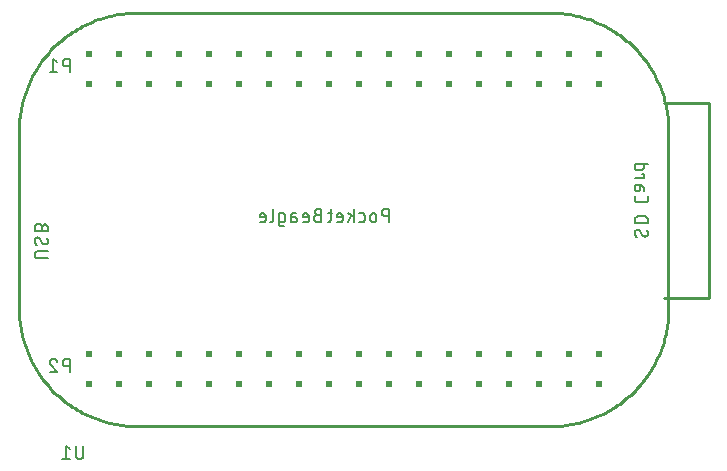
<source format=gbr>
G04 EAGLE Gerber RS-274X export*
G75*
%MOMM*%
%FSLAX34Y34*%
%LPD*%
%INSilkscreen Bottom*%
%IPPOS*%
%AMOC8*
5,1,8,0,0,1.08239X$1,22.5*%
G01*
%ADD10R,0.508000X0.508000*%
%ADD11C,0.254000*%
%ADD12C,0.152400*%


D10*
X71800Y345700D03*
X71800Y320300D03*
X97200Y320300D03*
X97200Y345700D03*
X122600Y320300D03*
X122600Y345700D03*
X148000Y320300D03*
X173400Y320300D03*
X198800Y320300D03*
X148000Y345700D03*
X173400Y345700D03*
X198800Y345700D03*
X224200Y320300D03*
X224200Y345700D03*
X249600Y320300D03*
X249600Y345700D03*
X275000Y320300D03*
X275000Y345700D03*
X300400Y320300D03*
X300400Y345700D03*
X325800Y320300D03*
X325800Y345700D03*
X351200Y320300D03*
X351200Y345700D03*
X376600Y320300D03*
X376600Y345700D03*
X402000Y320300D03*
X402000Y345700D03*
X427400Y320300D03*
X427400Y345700D03*
X452800Y320300D03*
X452800Y345700D03*
X478200Y320300D03*
X478200Y345700D03*
X503600Y320300D03*
X503600Y345700D03*
X71800Y91700D03*
X71800Y66300D03*
X97200Y66300D03*
X97200Y91700D03*
X122600Y66300D03*
X122600Y91700D03*
X148000Y66300D03*
X173400Y66300D03*
X198800Y66300D03*
X148000Y91700D03*
X173400Y91700D03*
X198800Y91700D03*
X224200Y66300D03*
X224200Y91700D03*
X249600Y66300D03*
X249600Y91700D03*
X275000Y66300D03*
X275000Y91700D03*
X300400Y66300D03*
X300400Y91700D03*
X325800Y66300D03*
X325800Y91700D03*
X351200Y66300D03*
X351200Y91700D03*
X376600Y66300D03*
X376600Y91700D03*
X402000Y66300D03*
X402000Y91700D03*
X427400Y66300D03*
X427400Y91700D03*
X452800Y66300D03*
X452800Y91700D03*
X478200Y66300D03*
X478200Y91700D03*
X503600Y66300D03*
X503600Y91700D03*
D11*
X462700Y31000D02*
X112700Y31000D01*
X110284Y31029D01*
X107869Y31117D01*
X105457Y31263D01*
X103049Y31467D01*
X100646Y31729D01*
X98251Y32049D01*
X95864Y32427D01*
X93487Y32863D01*
X91122Y33356D01*
X88768Y33906D01*
X86429Y34512D01*
X84105Y35175D01*
X81798Y35894D01*
X79509Y36669D01*
X77240Y37498D01*
X74991Y38383D01*
X72764Y39321D01*
X70560Y40313D01*
X68381Y41357D01*
X66228Y42454D01*
X64102Y43603D01*
X62004Y44803D01*
X59936Y46053D01*
X57899Y47353D01*
X55894Y48702D01*
X53921Y50098D01*
X51984Y51542D01*
X50081Y53033D01*
X48216Y54568D01*
X46388Y56149D01*
X44598Y57773D01*
X42849Y59440D01*
X41140Y61149D01*
X39473Y62898D01*
X37849Y64688D01*
X36268Y66516D01*
X34733Y68381D01*
X33242Y70284D01*
X31798Y72221D01*
X30402Y74194D01*
X29053Y76199D01*
X27753Y78236D01*
X26503Y80304D01*
X25303Y82402D01*
X24154Y84528D01*
X23057Y86681D01*
X22013Y88860D01*
X21021Y91064D01*
X20083Y93291D01*
X19198Y95540D01*
X18369Y97809D01*
X17594Y100098D01*
X16875Y102405D01*
X16212Y104729D01*
X15606Y107068D01*
X15056Y109422D01*
X14563Y111787D01*
X14127Y114164D01*
X13749Y116551D01*
X13429Y118946D01*
X13167Y121349D01*
X12963Y123757D01*
X12817Y126169D01*
X12729Y128584D01*
X12700Y131000D01*
X12700Y281000D01*
X12729Y283416D01*
X12817Y285831D01*
X12963Y288243D01*
X13167Y290651D01*
X13429Y293054D01*
X13749Y295449D01*
X14127Y297836D01*
X14563Y300213D01*
X15056Y302578D01*
X15606Y304932D01*
X16212Y307271D01*
X16875Y309595D01*
X17594Y311902D01*
X18369Y314191D01*
X19198Y316460D01*
X20083Y318709D01*
X21021Y320936D01*
X22013Y323140D01*
X23057Y325319D01*
X24154Y327472D01*
X25303Y329598D01*
X26503Y331696D01*
X27753Y333764D01*
X29053Y335801D01*
X30402Y337806D01*
X31798Y339779D01*
X33242Y341716D01*
X34733Y343619D01*
X36268Y345484D01*
X37849Y347312D01*
X39473Y349102D01*
X41140Y350851D01*
X42849Y352560D01*
X44598Y354227D01*
X46388Y355851D01*
X48216Y357432D01*
X50081Y358967D01*
X51984Y360458D01*
X53921Y361902D01*
X55894Y363298D01*
X57899Y364647D01*
X59936Y365947D01*
X62004Y367197D01*
X64102Y368397D01*
X66228Y369546D01*
X68381Y370643D01*
X70560Y371687D01*
X72764Y372679D01*
X74991Y373617D01*
X77240Y374502D01*
X79509Y375331D01*
X81798Y376106D01*
X84105Y376825D01*
X86429Y377488D01*
X88768Y378094D01*
X91122Y378644D01*
X93487Y379137D01*
X95864Y379573D01*
X98251Y379951D01*
X100646Y380271D01*
X103049Y380533D01*
X105457Y380737D01*
X107869Y380883D01*
X110284Y380971D01*
X112700Y381000D01*
X462700Y381000D01*
X465116Y380971D01*
X467531Y380883D01*
X469943Y380737D01*
X472351Y380533D01*
X474754Y380271D01*
X477149Y379951D01*
X479536Y379573D01*
X481913Y379137D01*
X484278Y378644D01*
X486632Y378094D01*
X488971Y377488D01*
X491295Y376825D01*
X493602Y376106D01*
X495891Y375331D01*
X498160Y374502D01*
X500409Y373617D01*
X502636Y372679D01*
X504840Y371687D01*
X507019Y370643D01*
X509172Y369546D01*
X511298Y368397D01*
X513396Y367197D01*
X515464Y365947D01*
X517501Y364647D01*
X519506Y363298D01*
X521479Y361902D01*
X523416Y360458D01*
X525319Y358967D01*
X527184Y357432D01*
X529012Y355851D01*
X530802Y354227D01*
X532551Y352560D01*
X534260Y350851D01*
X535927Y349102D01*
X537551Y347312D01*
X539132Y345484D01*
X540667Y343619D01*
X542158Y341716D01*
X543602Y339779D01*
X544998Y337806D01*
X546347Y335801D01*
X547647Y333764D01*
X548897Y331696D01*
X550097Y329598D01*
X551246Y327472D01*
X552343Y325319D01*
X553387Y323140D01*
X554379Y320936D01*
X555317Y318709D01*
X556202Y316460D01*
X557031Y314191D01*
X557806Y311902D01*
X558525Y309595D01*
X559188Y307271D01*
X559794Y304932D01*
X560344Y302578D01*
X560837Y300213D01*
X561273Y297836D01*
X561651Y295449D01*
X561971Y293054D01*
X562233Y290651D01*
X562437Y288243D01*
X562583Y285831D01*
X562671Y283416D01*
X562700Y281000D01*
X562700Y131000D01*
X562671Y128584D01*
X562583Y126169D01*
X562437Y123757D01*
X562233Y121349D01*
X561971Y118946D01*
X561651Y116551D01*
X561273Y114164D01*
X560837Y111787D01*
X560344Y109422D01*
X559794Y107068D01*
X559188Y104729D01*
X558525Y102405D01*
X557806Y100098D01*
X557031Y97809D01*
X556202Y95540D01*
X555317Y93291D01*
X554379Y91064D01*
X553387Y88860D01*
X552343Y86681D01*
X551246Y84528D01*
X550097Y82402D01*
X548897Y80304D01*
X547647Y78236D01*
X546347Y76199D01*
X544998Y74194D01*
X543602Y72221D01*
X542158Y70284D01*
X540667Y68381D01*
X539132Y66516D01*
X537551Y64688D01*
X535927Y62898D01*
X534260Y61149D01*
X532551Y59440D01*
X530802Y57773D01*
X529012Y56149D01*
X527184Y54568D01*
X525319Y53033D01*
X523416Y51542D01*
X521479Y50098D01*
X519506Y48702D01*
X517501Y47353D01*
X515464Y46053D01*
X513396Y44803D01*
X511298Y43603D01*
X509172Y42454D01*
X507019Y41357D01*
X504840Y40313D01*
X502636Y39321D01*
X500409Y38383D01*
X498160Y37498D01*
X495891Y36669D01*
X493602Y35894D01*
X491295Y35175D01*
X488971Y34512D01*
X486632Y33906D01*
X484278Y33356D01*
X481913Y32863D01*
X479536Y32427D01*
X477149Y32049D01*
X474754Y31729D01*
X472351Y31467D01*
X469943Y31263D01*
X467531Y31117D01*
X465116Y31029D01*
X462700Y31000D01*
D12*
X326051Y203962D02*
X326051Y215138D01*
X322947Y215138D01*
X322836Y215136D01*
X322726Y215130D01*
X322615Y215120D01*
X322505Y215106D01*
X322396Y215089D01*
X322287Y215067D01*
X322179Y215042D01*
X322073Y215012D01*
X321967Y214979D01*
X321862Y214942D01*
X321759Y214902D01*
X321658Y214857D01*
X321558Y214810D01*
X321459Y214758D01*
X321363Y214703D01*
X321269Y214645D01*
X321177Y214584D01*
X321087Y214519D01*
X320999Y214451D01*
X320914Y214380D01*
X320832Y214306D01*
X320752Y214229D01*
X320675Y214149D01*
X320601Y214067D01*
X320530Y213982D01*
X320462Y213894D01*
X320397Y213804D01*
X320336Y213712D01*
X320278Y213618D01*
X320223Y213522D01*
X320171Y213423D01*
X320124Y213323D01*
X320079Y213222D01*
X320039Y213119D01*
X320002Y213014D01*
X319969Y212908D01*
X319939Y212802D01*
X319914Y212694D01*
X319892Y212585D01*
X319875Y212476D01*
X319861Y212366D01*
X319851Y212255D01*
X319845Y212145D01*
X319843Y212034D01*
X319845Y211923D01*
X319851Y211813D01*
X319861Y211702D01*
X319875Y211592D01*
X319892Y211483D01*
X319914Y211374D01*
X319939Y211266D01*
X319969Y211160D01*
X320002Y211054D01*
X320039Y210949D01*
X320079Y210846D01*
X320124Y210745D01*
X320171Y210645D01*
X320223Y210546D01*
X320278Y210450D01*
X320336Y210356D01*
X320397Y210264D01*
X320462Y210174D01*
X320530Y210086D01*
X320601Y210001D01*
X320675Y209919D01*
X320752Y209839D01*
X320832Y209762D01*
X320914Y209688D01*
X320999Y209617D01*
X321087Y209549D01*
X321177Y209484D01*
X321269Y209423D01*
X321363Y209365D01*
X321459Y209310D01*
X321558Y209258D01*
X321658Y209211D01*
X321759Y209166D01*
X321862Y209126D01*
X321967Y209089D01*
X322073Y209056D01*
X322179Y209026D01*
X322287Y209001D01*
X322396Y208979D01*
X322505Y208962D01*
X322615Y208948D01*
X322726Y208938D01*
X322836Y208932D01*
X322947Y208930D01*
X322947Y208929D02*
X326051Y208929D01*
X315355Y208929D02*
X315355Y206446D01*
X315355Y208929D02*
X315353Y209028D01*
X315347Y209126D01*
X315337Y209225D01*
X315324Y209322D01*
X315306Y209420D01*
X315285Y209516D01*
X315259Y209612D01*
X315230Y209706D01*
X315198Y209799D01*
X315161Y209891D01*
X315121Y209981D01*
X315077Y210070D01*
X315030Y210157D01*
X314980Y210242D01*
X314926Y210324D01*
X314869Y210405D01*
X314809Y210483D01*
X314745Y210559D01*
X314679Y210632D01*
X314610Y210703D01*
X314538Y210771D01*
X314463Y210835D01*
X314386Y210897D01*
X314307Y210956D01*
X314225Y211011D01*
X314141Y211064D01*
X314056Y211112D01*
X313968Y211158D01*
X313878Y211200D01*
X313787Y211238D01*
X313695Y211272D01*
X313601Y211303D01*
X313506Y211330D01*
X313410Y211354D01*
X313313Y211373D01*
X313216Y211389D01*
X313118Y211401D01*
X313019Y211409D01*
X312920Y211413D01*
X312822Y211413D01*
X312723Y211409D01*
X312624Y211401D01*
X312526Y211389D01*
X312429Y211373D01*
X312332Y211354D01*
X312236Y211330D01*
X312141Y211303D01*
X312047Y211272D01*
X311955Y211238D01*
X311864Y211200D01*
X311774Y211158D01*
X311686Y211112D01*
X311601Y211064D01*
X311517Y211011D01*
X311435Y210956D01*
X311356Y210897D01*
X311279Y210835D01*
X311204Y210771D01*
X311132Y210703D01*
X311063Y210632D01*
X310997Y210559D01*
X310933Y210483D01*
X310873Y210405D01*
X310816Y210324D01*
X310762Y210242D01*
X310712Y210157D01*
X310665Y210070D01*
X310621Y209981D01*
X310581Y209891D01*
X310544Y209799D01*
X310512Y209706D01*
X310483Y209612D01*
X310457Y209516D01*
X310436Y209420D01*
X310418Y209322D01*
X310405Y209225D01*
X310395Y209126D01*
X310389Y209028D01*
X310387Y208929D01*
X310388Y208929D02*
X310388Y206446D01*
X310387Y206446D02*
X310389Y206347D01*
X310395Y206249D01*
X310405Y206150D01*
X310418Y206053D01*
X310436Y205955D01*
X310457Y205859D01*
X310483Y205763D01*
X310512Y205669D01*
X310544Y205576D01*
X310581Y205484D01*
X310621Y205394D01*
X310665Y205305D01*
X310712Y205218D01*
X310762Y205133D01*
X310816Y205051D01*
X310873Y204970D01*
X310933Y204892D01*
X310997Y204816D01*
X311063Y204743D01*
X311132Y204672D01*
X311204Y204604D01*
X311279Y204540D01*
X311356Y204478D01*
X311435Y204419D01*
X311517Y204364D01*
X311601Y204311D01*
X311686Y204263D01*
X311774Y204217D01*
X311864Y204175D01*
X311955Y204137D01*
X312047Y204103D01*
X312141Y204072D01*
X312236Y204045D01*
X312332Y204021D01*
X312429Y204002D01*
X312526Y203986D01*
X312624Y203974D01*
X312723Y203966D01*
X312822Y203962D01*
X312920Y203962D01*
X313019Y203966D01*
X313118Y203974D01*
X313216Y203986D01*
X313313Y204002D01*
X313410Y204021D01*
X313506Y204045D01*
X313601Y204072D01*
X313695Y204103D01*
X313787Y204137D01*
X313878Y204175D01*
X313968Y204217D01*
X314056Y204263D01*
X314141Y204311D01*
X314225Y204364D01*
X314307Y204419D01*
X314386Y204478D01*
X314463Y204540D01*
X314538Y204604D01*
X314610Y204672D01*
X314679Y204743D01*
X314745Y204816D01*
X314809Y204892D01*
X314869Y204970D01*
X314926Y205051D01*
X314980Y205133D01*
X315030Y205218D01*
X315077Y205305D01*
X315121Y205394D01*
X315161Y205484D01*
X315198Y205576D01*
X315230Y205669D01*
X315259Y205763D01*
X315285Y205859D01*
X315306Y205955D01*
X315324Y206053D01*
X315337Y206150D01*
X315347Y206249D01*
X315353Y206347D01*
X315355Y206446D01*
X303570Y203962D02*
X301086Y203962D01*
X303570Y203962D02*
X303654Y203964D01*
X303737Y203970D01*
X303820Y203979D01*
X303903Y203992D01*
X303985Y204009D01*
X304066Y204029D01*
X304146Y204053D01*
X304225Y204081D01*
X304302Y204112D01*
X304378Y204146D01*
X304453Y204184D01*
X304526Y204226D01*
X304596Y204270D01*
X304665Y204318D01*
X304732Y204368D01*
X304796Y204422D01*
X304857Y204478D01*
X304917Y204538D01*
X304973Y204599D01*
X305027Y204663D01*
X305077Y204730D01*
X305125Y204799D01*
X305169Y204869D01*
X305211Y204942D01*
X305249Y205017D01*
X305283Y205093D01*
X305314Y205170D01*
X305342Y205249D01*
X305366Y205329D01*
X305386Y205410D01*
X305403Y205492D01*
X305416Y205575D01*
X305426Y205658D01*
X305431Y205741D01*
X305433Y205825D01*
X305432Y205825D02*
X305432Y209550D01*
X305433Y209550D02*
X305431Y209634D01*
X305426Y209717D01*
X305416Y209800D01*
X305403Y209883D01*
X305386Y209965D01*
X305366Y210046D01*
X305342Y210126D01*
X305314Y210205D01*
X305283Y210282D01*
X305249Y210358D01*
X305211Y210433D01*
X305169Y210506D01*
X305125Y210576D01*
X305077Y210645D01*
X305027Y210712D01*
X304973Y210776D01*
X304917Y210837D01*
X304857Y210897D01*
X304796Y210953D01*
X304732Y211007D01*
X304665Y211057D01*
X304596Y211105D01*
X304526Y211149D01*
X304453Y211191D01*
X304378Y211229D01*
X304302Y211263D01*
X304225Y211294D01*
X304146Y211322D01*
X304066Y211346D01*
X303985Y211366D01*
X303903Y211383D01*
X303820Y211396D01*
X303737Y211406D01*
X303654Y211411D01*
X303570Y211413D01*
X301086Y211413D01*
X296136Y215138D02*
X296136Y203962D01*
X296136Y207687D02*
X291168Y211413D01*
X293962Y209240D02*
X291168Y203962D01*
X284917Y203962D02*
X281813Y203962D01*
X284917Y203962D02*
X285001Y203964D01*
X285084Y203970D01*
X285167Y203979D01*
X285250Y203992D01*
X285332Y204009D01*
X285413Y204029D01*
X285493Y204053D01*
X285572Y204081D01*
X285649Y204112D01*
X285725Y204146D01*
X285800Y204184D01*
X285873Y204226D01*
X285943Y204270D01*
X286012Y204318D01*
X286079Y204368D01*
X286143Y204422D01*
X286204Y204478D01*
X286264Y204538D01*
X286320Y204599D01*
X286374Y204663D01*
X286424Y204730D01*
X286472Y204799D01*
X286516Y204869D01*
X286558Y204942D01*
X286596Y205017D01*
X286630Y205093D01*
X286661Y205170D01*
X286689Y205249D01*
X286713Y205329D01*
X286733Y205410D01*
X286750Y205492D01*
X286763Y205575D01*
X286773Y205658D01*
X286778Y205741D01*
X286780Y205825D01*
X286780Y208929D01*
X286778Y209028D01*
X286772Y209126D01*
X286762Y209225D01*
X286749Y209322D01*
X286731Y209420D01*
X286710Y209516D01*
X286684Y209612D01*
X286655Y209706D01*
X286623Y209799D01*
X286586Y209891D01*
X286546Y209981D01*
X286502Y210070D01*
X286455Y210157D01*
X286405Y210242D01*
X286351Y210324D01*
X286294Y210405D01*
X286234Y210483D01*
X286170Y210559D01*
X286104Y210632D01*
X286035Y210703D01*
X285963Y210771D01*
X285888Y210835D01*
X285811Y210897D01*
X285732Y210956D01*
X285650Y211011D01*
X285566Y211064D01*
X285481Y211112D01*
X285393Y211158D01*
X285303Y211200D01*
X285212Y211238D01*
X285120Y211272D01*
X285026Y211303D01*
X284931Y211330D01*
X284835Y211354D01*
X284738Y211373D01*
X284641Y211389D01*
X284543Y211401D01*
X284444Y211409D01*
X284345Y211413D01*
X284247Y211413D01*
X284148Y211409D01*
X284049Y211401D01*
X283951Y211389D01*
X283854Y211373D01*
X283757Y211354D01*
X283661Y211330D01*
X283566Y211303D01*
X283472Y211272D01*
X283380Y211238D01*
X283289Y211200D01*
X283199Y211158D01*
X283111Y211112D01*
X283026Y211064D01*
X282942Y211011D01*
X282860Y210956D01*
X282781Y210897D01*
X282704Y210835D01*
X282629Y210771D01*
X282557Y210703D01*
X282488Y210632D01*
X282422Y210559D01*
X282358Y210483D01*
X282298Y210405D01*
X282241Y210324D01*
X282187Y210242D01*
X282137Y210157D01*
X282090Y210070D01*
X282046Y209981D01*
X282006Y209891D01*
X281969Y209799D01*
X281937Y209706D01*
X281908Y209612D01*
X281882Y209516D01*
X281861Y209420D01*
X281843Y209322D01*
X281830Y209225D01*
X281820Y209126D01*
X281814Y209028D01*
X281812Y208929D01*
X281813Y208929D02*
X281813Y207687D01*
X286780Y207687D01*
X277892Y211413D02*
X274167Y211413D01*
X276651Y215138D02*
X276651Y205825D01*
X276649Y205741D01*
X276643Y205658D01*
X276634Y205575D01*
X276621Y205492D01*
X276604Y205410D01*
X276584Y205329D01*
X276560Y205249D01*
X276532Y205170D01*
X276501Y205093D01*
X276467Y205017D01*
X276429Y204942D01*
X276387Y204869D01*
X276343Y204799D01*
X276295Y204730D01*
X276245Y204663D01*
X276191Y204599D01*
X276135Y204538D01*
X276075Y204478D01*
X276014Y204422D01*
X275950Y204368D01*
X275883Y204318D01*
X275814Y204270D01*
X275744Y204226D01*
X275671Y204184D01*
X275596Y204146D01*
X275520Y204112D01*
X275443Y204081D01*
X275364Y204053D01*
X275284Y204029D01*
X275203Y204009D01*
X275121Y203992D01*
X275038Y203979D01*
X274955Y203969D01*
X274872Y203964D01*
X274788Y203962D01*
X274167Y203962D01*
X268901Y210171D02*
X265797Y210171D01*
X265797Y210170D02*
X265686Y210168D01*
X265576Y210162D01*
X265465Y210152D01*
X265355Y210138D01*
X265246Y210121D01*
X265137Y210099D01*
X265029Y210074D01*
X264923Y210044D01*
X264817Y210011D01*
X264712Y209974D01*
X264609Y209934D01*
X264508Y209889D01*
X264408Y209842D01*
X264309Y209790D01*
X264213Y209735D01*
X264119Y209677D01*
X264027Y209616D01*
X263937Y209551D01*
X263849Y209483D01*
X263764Y209412D01*
X263682Y209338D01*
X263602Y209261D01*
X263525Y209181D01*
X263451Y209099D01*
X263380Y209014D01*
X263312Y208926D01*
X263247Y208836D01*
X263186Y208744D01*
X263128Y208650D01*
X263073Y208554D01*
X263021Y208455D01*
X262974Y208355D01*
X262929Y208254D01*
X262889Y208151D01*
X262852Y208046D01*
X262819Y207940D01*
X262789Y207834D01*
X262764Y207726D01*
X262742Y207617D01*
X262725Y207508D01*
X262711Y207398D01*
X262701Y207287D01*
X262695Y207177D01*
X262693Y207066D01*
X262695Y206955D01*
X262701Y206845D01*
X262711Y206734D01*
X262725Y206624D01*
X262742Y206515D01*
X262764Y206406D01*
X262789Y206298D01*
X262819Y206192D01*
X262852Y206086D01*
X262889Y205981D01*
X262929Y205878D01*
X262974Y205777D01*
X263021Y205677D01*
X263073Y205578D01*
X263128Y205482D01*
X263186Y205388D01*
X263247Y205296D01*
X263312Y205206D01*
X263380Y205118D01*
X263451Y205033D01*
X263525Y204951D01*
X263602Y204871D01*
X263682Y204794D01*
X263764Y204720D01*
X263849Y204649D01*
X263937Y204581D01*
X264027Y204516D01*
X264119Y204455D01*
X264213Y204397D01*
X264309Y204342D01*
X264408Y204290D01*
X264508Y204243D01*
X264609Y204198D01*
X264712Y204158D01*
X264817Y204121D01*
X264923Y204088D01*
X265029Y204058D01*
X265137Y204033D01*
X265246Y204011D01*
X265355Y203994D01*
X265465Y203980D01*
X265576Y203970D01*
X265686Y203964D01*
X265797Y203962D01*
X268901Y203962D01*
X268901Y215138D01*
X265797Y215138D01*
X265698Y215136D01*
X265600Y215130D01*
X265501Y215120D01*
X265404Y215107D01*
X265306Y215089D01*
X265210Y215068D01*
X265114Y215042D01*
X265020Y215013D01*
X264927Y214981D01*
X264835Y214944D01*
X264745Y214904D01*
X264656Y214860D01*
X264569Y214813D01*
X264484Y214763D01*
X264402Y214709D01*
X264321Y214652D01*
X264243Y214592D01*
X264167Y214528D01*
X264094Y214462D01*
X264023Y214393D01*
X263955Y214321D01*
X263891Y214246D01*
X263829Y214169D01*
X263770Y214090D01*
X263715Y214008D01*
X263662Y213924D01*
X263614Y213839D01*
X263568Y213751D01*
X263526Y213661D01*
X263488Y213570D01*
X263454Y213478D01*
X263423Y213384D01*
X263396Y213289D01*
X263372Y213193D01*
X263353Y213096D01*
X263337Y212999D01*
X263325Y212901D01*
X263317Y212802D01*
X263313Y212703D01*
X263313Y212605D01*
X263317Y212506D01*
X263325Y212407D01*
X263337Y212309D01*
X263353Y212212D01*
X263372Y212115D01*
X263396Y212019D01*
X263423Y211924D01*
X263454Y211830D01*
X263488Y211738D01*
X263526Y211647D01*
X263568Y211557D01*
X263614Y211469D01*
X263662Y211384D01*
X263715Y211300D01*
X263770Y211218D01*
X263829Y211139D01*
X263891Y211062D01*
X263955Y210987D01*
X264023Y210915D01*
X264094Y210846D01*
X264167Y210780D01*
X264243Y210716D01*
X264321Y210656D01*
X264402Y210599D01*
X264484Y210545D01*
X264569Y210495D01*
X264656Y210448D01*
X264745Y210404D01*
X264835Y210364D01*
X264927Y210327D01*
X265020Y210295D01*
X265114Y210266D01*
X265210Y210240D01*
X265306Y210219D01*
X265404Y210201D01*
X265501Y210188D01*
X265600Y210178D01*
X265698Y210172D01*
X265797Y210170D01*
X256342Y203962D02*
X253238Y203962D01*
X256342Y203962D02*
X256426Y203964D01*
X256509Y203970D01*
X256592Y203979D01*
X256675Y203992D01*
X256757Y204009D01*
X256838Y204029D01*
X256918Y204053D01*
X256997Y204081D01*
X257074Y204112D01*
X257150Y204146D01*
X257225Y204184D01*
X257298Y204226D01*
X257368Y204270D01*
X257437Y204318D01*
X257504Y204368D01*
X257568Y204422D01*
X257629Y204478D01*
X257689Y204538D01*
X257745Y204599D01*
X257799Y204663D01*
X257849Y204730D01*
X257897Y204799D01*
X257941Y204869D01*
X257983Y204942D01*
X258021Y205017D01*
X258055Y205093D01*
X258086Y205170D01*
X258114Y205249D01*
X258138Y205329D01*
X258158Y205410D01*
X258175Y205492D01*
X258188Y205575D01*
X258198Y205658D01*
X258203Y205741D01*
X258205Y205825D01*
X258205Y208929D01*
X258203Y209028D01*
X258197Y209126D01*
X258187Y209225D01*
X258174Y209322D01*
X258156Y209420D01*
X258135Y209516D01*
X258109Y209612D01*
X258080Y209706D01*
X258048Y209799D01*
X258011Y209891D01*
X257971Y209981D01*
X257927Y210070D01*
X257880Y210157D01*
X257830Y210242D01*
X257776Y210324D01*
X257719Y210405D01*
X257659Y210483D01*
X257595Y210559D01*
X257529Y210632D01*
X257460Y210703D01*
X257388Y210771D01*
X257313Y210835D01*
X257236Y210897D01*
X257157Y210956D01*
X257075Y211011D01*
X256991Y211064D01*
X256906Y211112D01*
X256818Y211158D01*
X256728Y211200D01*
X256637Y211238D01*
X256545Y211272D01*
X256451Y211303D01*
X256356Y211330D01*
X256260Y211354D01*
X256163Y211373D01*
X256066Y211389D01*
X255968Y211401D01*
X255869Y211409D01*
X255770Y211413D01*
X255672Y211413D01*
X255573Y211409D01*
X255474Y211401D01*
X255376Y211389D01*
X255279Y211373D01*
X255182Y211354D01*
X255086Y211330D01*
X254991Y211303D01*
X254897Y211272D01*
X254805Y211238D01*
X254714Y211200D01*
X254624Y211158D01*
X254536Y211112D01*
X254451Y211064D01*
X254367Y211011D01*
X254285Y210956D01*
X254206Y210897D01*
X254129Y210835D01*
X254054Y210771D01*
X253982Y210703D01*
X253913Y210632D01*
X253847Y210559D01*
X253783Y210483D01*
X253723Y210405D01*
X253666Y210324D01*
X253612Y210242D01*
X253562Y210157D01*
X253515Y210070D01*
X253471Y209981D01*
X253431Y209891D01*
X253394Y209799D01*
X253362Y209706D01*
X253333Y209612D01*
X253307Y209516D01*
X253286Y209420D01*
X253268Y209322D01*
X253255Y209225D01*
X253245Y209126D01*
X253239Y209028D01*
X253237Y208929D01*
X253238Y208929D02*
X253238Y207687D01*
X258205Y207687D01*
X246200Y208308D02*
X243406Y208308D01*
X246200Y208308D02*
X246292Y208306D01*
X246384Y208300D01*
X246476Y208290D01*
X246567Y208277D01*
X246658Y208259D01*
X246748Y208238D01*
X246836Y208213D01*
X246924Y208184D01*
X247010Y208151D01*
X247095Y208115D01*
X247178Y208075D01*
X247260Y208032D01*
X247339Y207985D01*
X247417Y207935D01*
X247492Y207882D01*
X247565Y207826D01*
X247636Y207766D01*
X247704Y207704D01*
X247769Y207639D01*
X247831Y207571D01*
X247891Y207500D01*
X247947Y207427D01*
X248000Y207352D01*
X248050Y207274D01*
X248097Y207195D01*
X248140Y207113D01*
X248180Y207030D01*
X248216Y206945D01*
X248249Y206859D01*
X248278Y206771D01*
X248303Y206683D01*
X248324Y206593D01*
X248342Y206502D01*
X248355Y206411D01*
X248365Y206319D01*
X248371Y206227D01*
X248373Y206135D01*
X248371Y206043D01*
X248365Y205951D01*
X248355Y205859D01*
X248342Y205768D01*
X248324Y205677D01*
X248303Y205587D01*
X248278Y205499D01*
X248249Y205411D01*
X248216Y205325D01*
X248180Y205240D01*
X248140Y205157D01*
X248097Y205075D01*
X248050Y204996D01*
X248000Y204918D01*
X247947Y204843D01*
X247891Y204770D01*
X247831Y204699D01*
X247769Y204631D01*
X247704Y204566D01*
X247636Y204504D01*
X247565Y204444D01*
X247492Y204388D01*
X247417Y204335D01*
X247339Y204285D01*
X247260Y204238D01*
X247178Y204195D01*
X247095Y204155D01*
X247010Y204119D01*
X246924Y204086D01*
X246836Y204057D01*
X246748Y204032D01*
X246658Y204011D01*
X246567Y203993D01*
X246476Y203980D01*
X246384Y203970D01*
X246292Y203964D01*
X246200Y203962D01*
X243406Y203962D01*
X243406Y209550D01*
X243405Y209550D02*
X243407Y209634D01*
X243413Y209717D01*
X243422Y209800D01*
X243435Y209883D01*
X243452Y209965D01*
X243472Y210046D01*
X243496Y210126D01*
X243524Y210205D01*
X243555Y210282D01*
X243589Y210358D01*
X243627Y210433D01*
X243669Y210506D01*
X243713Y210576D01*
X243761Y210645D01*
X243811Y210712D01*
X243865Y210776D01*
X243921Y210837D01*
X243981Y210897D01*
X244042Y210953D01*
X244106Y211007D01*
X244173Y211057D01*
X244242Y211105D01*
X244312Y211149D01*
X244385Y211191D01*
X244460Y211229D01*
X244536Y211263D01*
X244613Y211294D01*
X244692Y211322D01*
X244772Y211346D01*
X244853Y211366D01*
X244935Y211383D01*
X245018Y211396D01*
X245101Y211406D01*
X245184Y211411D01*
X245268Y211413D01*
X247752Y211413D01*
X236223Y203962D02*
X233119Y203962D01*
X236223Y203962D02*
X236307Y203964D01*
X236390Y203970D01*
X236473Y203979D01*
X236556Y203992D01*
X236638Y204009D01*
X236719Y204029D01*
X236799Y204053D01*
X236878Y204081D01*
X236955Y204112D01*
X237031Y204146D01*
X237106Y204184D01*
X237179Y204226D01*
X237249Y204270D01*
X237318Y204318D01*
X237385Y204368D01*
X237449Y204422D01*
X237510Y204478D01*
X237570Y204538D01*
X237626Y204599D01*
X237680Y204663D01*
X237730Y204730D01*
X237778Y204799D01*
X237822Y204869D01*
X237864Y204942D01*
X237902Y205017D01*
X237936Y205093D01*
X237967Y205170D01*
X237995Y205249D01*
X238019Y205329D01*
X238039Y205410D01*
X238056Y205492D01*
X238069Y205575D01*
X238079Y205658D01*
X238084Y205741D01*
X238086Y205825D01*
X238086Y209550D01*
X238084Y209634D01*
X238079Y209717D01*
X238069Y209800D01*
X238056Y209883D01*
X238039Y209965D01*
X238019Y210046D01*
X237995Y210126D01*
X237967Y210205D01*
X237936Y210282D01*
X237902Y210358D01*
X237864Y210433D01*
X237822Y210506D01*
X237778Y210576D01*
X237730Y210645D01*
X237680Y210712D01*
X237626Y210776D01*
X237570Y210837D01*
X237510Y210897D01*
X237449Y210953D01*
X237385Y211007D01*
X237318Y211057D01*
X237249Y211105D01*
X237179Y211149D01*
X237106Y211191D01*
X237031Y211229D01*
X236955Y211263D01*
X236878Y211294D01*
X236799Y211322D01*
X236719Y211346D01*
X236638Y211366D01*
X236556Y211383D01*
X236473Y211396D01*
X236390Y211406D01*
X236307Y211411D01*
X236223Y211413D01*
X233119Y211413D01*
X233119Y202099D01*
X233118Y202099D02*
X233120Y202015D01*
X233125Y201932D01*
X233135Y201849D01*
X233148Y201766D01*
X233165Y201684D01*
X233185Y201603D01*
X233209Y201523D01*
X233237Y201444D01*
X233268Y201367D01*
X233302Y201291D01*
X233340Y201216D01*
X233382Y201143D01*
X233426Y201073D01*
X233474Y201004D01*
X233524Y200937D01*
X233578Y200873D01*
X233634Y200812D01*
X233694Y200752D01*
X233755Y200696D01*
X233819Y200642D01*
X233886Y200592D01*
X233955Y200544D01*
X234025Y200500D01*
X234098Y200458D01*
X234173Y200420D01*
X234249Y200386D01*
X234326Y200355D01*
X234405Y200327D01*
X234485Y200303D01*
X234566Y200283D01*
X234648Y200266D01*
X234731Y200253D01*
X234814Y200243D01*
X234897Y200238D01*
X234981Y200236D01*
X234981Y200237D02*
X237465Y200237D01*
X227633Y205825D02*
X227633Y215138D01*
X227634Y205825D02*
X227632Y205739D01*
X227626Y205653D01*
X227616Y205568D01*
X227602Y205483D01*
X227585Y205398D01*
X227563Y205315D01*
X227537Y205233D01*
X227508Y205152D01*
X227475Y205073D01*
X227439Y204995D01*
X227399Y204918D01*
X227355Y204844D01*
X227308Y204772D01*
X227258Y204702D01*
X227204Y204635D01*
X227148Y204570D01*
X227088Y204508D01*
X227026Y204448D01*
X226961Y204392D01*
X226894Y204338D01*
X226824Y204288D01*
X226752Y204241D01*
X226678Y204197D01*
X226601Y204157D01*
X226524Y204121D01*
X226444Y204088D01*
X226363Y204059D01*
X226281Y204033D01*
X226198Y204011D01*
X226113Y203994D01*
X226028Y203980D01*
X225943Y203970D01*
X225857Y203964D01*
X225771Y203962D01*
X219766Y203962D02*
X216662Y203962D01*
X219766Y203962D02*
X219850Y203964D01*
X219933Y203970D01*
X220016Y203979D01*
X220099Y203992D01*
X220181Y204009D01*
X220262Y204029D01*
X220342Y204053D01*
X220421Y204081D01*
X220498Y204112D01*
X220574Y204146D01*
X220649Y204184D01*
X220722Y204226D01*
X220792Y204270D01*
X220861Y204318D01*
X220928Y204368D01*
X220992Y204422D01*
X221053Y204478D01*
X221113Y204538D01*
X221169Y204599D01*
X221223Y204663D01*
X221273Y204730D01*
X221321Y204799D01*
X221365Y204869D01*
X221407Y204942D01*
X221445Y205017D01*
X221479Y205093D01*
X221510Y205170D01*
X221538Y205249D01*
X221562Y205329D01*
X221582Y205410D01*
X221599Y205492D01*
X221612Y205575D01*
X221622Y205658D01*
X221627Y205741D01*
X221629Y205825D01*
X221629Y208929D01*
X221630Y208929D02*
X221628Y209028D01*
X221622Y209126D01*
X221612Y209225D01*
X221599Y209322D01*
X221581Y209420D01*
X221560Y209516D01*
X221534Y209612D01*
X221505Y209706D01*
X221473Y209799D01*
X221436Y209891D01*
X221396Y209981D01*
X221352Y210070D01*
X221305Y210157D01*
X221255Y210242D01*
X221201Y210324D01*
X221144Y210405D01*
X221084Y210483D01*
X221020Y210559D01*
X220954Y210632D01*
X220885Y210703D01*
X220813Y210771D01*
X220738Y210835D01*
X220661Y210897D01*
X220582Y210956D01*
X220500Y211011D01*
X220416Y211064D01*
X220331Y211112D01*
X220243Y211158D01*
X220153Y211200D01*
X220062Y211238D01*
X219970Y211272D01*
X219876Y211303D01*
X219781Y211330D01*
X219685Y211354D01*
X219588Y211373D01*
X219491Y211389D01*
X219393Y211401D01*
X219294Y211409D01*
X219195Y211413D01*
X219097Y211413D01*
X218998Y211409D01*
X218899Y211401D01*
X218801Y211389D01*
X218704Y211373D01*
X218607Y211354D01*
X218511Y211330D01*
X218416Y211303D01*
X218322Y211272D01*
X218230Y211238D01*
X218139Y211200D01*
X218049Y211158D01*
X217961Y211112D01*
X217876Y211064D01*
X217792Y211011D01*
X217710Y210956D01*
X217631Y210897D01*
X217554Y210835D01*
X217479Y210771D01*
X217407Y210703D01*
X217338Y210632D01*
X217272Y210559D01*
X217208Y210483D01*
X217148Y210405D01*
X217091Y210324D01*
X217037Y210242D01*
X216987Y210157D01*
X216940Y210070D01*
X216896Y209981D01*
X216856Y209891D01*
X216819Y209799D01*
X216787Y209706D01*
X216758Y209612D01*
X216732Y209516D01*
X216711Y209420D01*
X216693Y209322D01*
X216680Y209225D01*
X216670Y209126D01*
X216664Y209028D01*
X216662Y208929D01*
X216662Y207687D01*
X221629Y207687D01*
X55908Y88138D02*
X55908Y76962D01*
X55908Y88138D02*
X52804Y88138D01*
X52693Y88136D01*
X52583Y88130D01*
X52472Y88120D01*
X52362Y88106D01*
X52253Y88089D01*
X52144Y88067D01*
X52036Y88042D01*
X51930Y88012D01*
X51824Y87979D01*
X51719Y87942D01*
X51616Y87902D01*
X51515Y87857D01*
X51415Y87810D01*
X51316Y87758D01*
X51220Y87703D01*
X51126Y87645D01*
X51034Y87584D01*
X50944Y87519D01*
X50856Y87451D01*
X50771Y87380D01*
X50689Y87306D01*
X50609Y87229D01*
X50532Y87149D01*
X50458Y87067D01*
X50387Y86982D01*
X50319Y86894D01*
X50254Y86804D01*
X50193Y86712D01*
X50135Y86618D01*
X50080Y86522D01*
X50028Y86423D01*
X49981Y86323D01*
X49936Y86222D01*
X49896Y86119D01*
X49859Y86014D01*
X49826Y85908D01*
X49796Y85802D01*
X49771Y85694D01*
X49749Y85585D01*
X49732Y85476D01*
X49718Y85366D01*
X49708Y85255D01*
X49702Y85145D01*
X49700Y85034D01*
X49702Y84923D01*
X49708Y84813D01*
X49718Y84702D01*
X49732Y84592D01*
X49749Y84483D01*
X49771Y84374D01*
X49796Y84266D01*
X49826Y84160D01*
X49859Y84054D01*
X49896Y83949D01*
X49936Y83846D01*
X49981Y83745D01*
X50028Y83645D01*
X50080Y83546D01*
X50135Y83450D01*
X50193Y83356D01*
X50254Y83264D01*
X50319Y83174D01*
X50387Y83086D01*
X50458Y83001D01*
X50532Y82919D01*
X50609Y82839D01*
X50689Y82762D01*
X50771Y82688D01*
X50856Y82617D01*
X50944Y82549D01*
X51034Y82484D01*
X51126Y82423D01*
X51220Y82365D01*
X51316Y82310D01*
X51415Y82258D01*
X51515Y82211D01*
X51616Y82166D01*
X51719Y82126D01*
X51824Y82089D01*
X51930Y82056D01*
X52036Y82026D01*
X52144Y82001D01*
X52253Y81979D01*
X52362Y81962D01*
X52472Y81948D01*
X52583Y81938D01*
X52693Y81932D01*
X52804Y81930D01*
X52804Y81929D02*
X55908Y81929D01*
X41656Y88138D02*
X41552Y88136D01*
X41447Y88130D01*
X41343Y88120D01*
X41240Y88107D01*
X41137Y88089D01*
X41034Y88068D01*
X40933Y88043D01*
X40832Y88014D01*
X40733Y87981D01*
X40635Y87945D01*
X40539Y87905D01*
X40444Y87861D01*
X40350Y87814D01*
X40259Y87764D01*
X40170Y87710D01*
X40082Y87653D01*
X39997Y87592D01*
X39914Y87528D01*
X39834Y87462D01*
X39756Y87392D01*
X39680Y87320D01*
X39608Y87244D01*
X39538Y87166D01*
X39472Y87086D01*
X39408Y87003D01*
X39347Y86918D01*
X39290Y86830D01*
X39236Y86741D01*
X39186Y86650D01*
X39139Y86556D01*
X39095Y86461D01*
X39055Y86365D01*
X39019Y86267D01*
X38986Y86168D01*
X38957Y86067D01*
X38932Y85966D01*
X38911Y85863D01*
X38893Y85760D01*
X38880Y85657D01*
X38870Y85553D01*
X38864Y85448D01*
X38862Y85344D01*
X41656Y88139D02*
X41775Y88137D01*
X41893Y88131D01*
X42012Y88121D01*
X42130Y88108D01*
X42247Y88090D01*
X42364Y88068D01*
X42480Y88043D01*
X42595Y88014D01*
X42710Y87981D01*
X42823Y87944D01*
X42934Y87904D01*
X43045Y87860D01*
X43153Y87812D01*
X43260Y87761D01*
X43366Y87706D01*
X43469Y87647D01*
X43571Y87586D01*
X43670Y87521D01*
X43768Y87452D01*
X43862Y87381D01*
X43955Y87306D01*
X44045Y87229D01*
X44132Y87148D01*
X44217Y87065D01*
X44299Y86979D01*
X44378Y86890D01*
X44454Y86799D01*
X44527Y86705D01*
X44596Y86609D01*
X44663Y86510D01*
X44726Y86410D01*
X44786Y86307D01*
X44843Y86203D01*
X44895Y86096D01*
X44945Y85988D01*
X44991Y85879D01*
X45033Y85767D01*
X45071Y85655D01*
X39793Y83171D02*
X39718Y83245D01*
X39646Y83322D01*
X39576Y83401D01*
X39509Y83483D01*
X39445Y83567D01*
X39384Y83653D01*
X39326Y83741D01*
X39271Y83832D01*
X39219Y83924D01*
X39171Y84018D01*
X39126Y84113D01*
X39084Y84211D01*
X39046Y84309D01*
X39011Y84409D01*
X38980Y84510D01*
X38953Y84612D01*
X38929Y84715D01*
X38908Y84818D01*
X38892Y84923D01*
X38879Y85028D01*
X38869Y85133D01*
X38864Y85238D01*
X38862Y85344D01*
X39793Y83171D02*
X45071Y76962D01*
X38862Y76962D01*
X55908Y330962D02*
X55908Y342138D01*
X52804Y342138D01*
X52693Y342136D01*
X52583Y342130D01*
X52472Y342120D01*
X52362Y342106D01*
X52253Y342089D01*
X52144Y342067D01*
X52036Y342042D01*
X51930Y342012D01*
X51824Y341979D01*
X51719Y341942D01*
X51616Y341902D01*
X51515Y341857D01*
X51415Y341810D01*
X51316Y341758D01*
X51220Y341703D01*
X51126Y341645D01*
X51034Y341584D01*
X50944Y341519D01*
X50856Y341451D01*
X50771Y341380D01*
X50689Y341306D01*
X50609Y341229D01*
X50532Y341149D01*
X50458Y341067D01*
X50387Y340982D01*
X50319Y340894D01*
X50254Y340804D01*
X50193Y340712D01*
X50135Y340618D01*
X50080Y340522D01*
X50028Y340423D01*
X49981Y340323D01*
X49936Y340222D01*
X49896Y340119D01*
X49859Y340014D01*
X49826Y339908D01*
X49796Y339802D01*
X49771Y339694D01*
X49749Y339585D01*
X49732Y339476D01*
X49718Y339366D01*
X49708Y339255D01*
X49702Y339145D01*
X49700Y339034D01*
X49702Y338923D01*
X49708Y338813D01*
X49718Y338702D01*
X49732Y338592D01*
X49749Y338483D01*
X49771Y338374D01*
X49796Y338266D01*
X49826Y338160D01*
X49859Y338054D01*
X49896Y337949D01*
X49936Y337846D01*
X49981Y337745D01*
X50028Y337645D01*
X50080Y337546D01*
X50135Y337450D01*
X50193Y337356D01*
X50254Y337264D01*
X50319Y337174D01*
X50387Y337086D01*
X50458Y337001D01*
X50532Y336919D01*
X50609Y336839D01*
X50689Y336762D01*
X50771Y336688D01*
X50856Y336617D01*
X50944Y336549D01*
X51034Y336484D01*
X51126Y336423D01*
X51220Y336365D01*
X51316Y336310D01*
X51415Y336258D01*
X51515Y336211D01*
X51616Y336166D01*
X51719Y336126D01*
X51824Y336089D01*
X51930Y336056D01*
X52036Y336026D01*
X52144Y336001D01*
X52253Y335979D01*
X52362Y335962D01*
X52472Y335948D01*
X52583Y335938D01*
X52693Y335932D01*
X52804Y335930D01*
X52804Y335929D02*
X55908Y335929D01*
X45071Y339654D02*
X41966Y342138D01*
X41966Y330962D01*
X38862Y330962D02*
X45071Y330962D01*
X37338Y173157D02*
X29266Y173157D01*
X29266Y173158D02*
X29155Y173160D01*
X29045Y173166D01*
X28934Y173176D01*
X28824Y173190D01*
X28715Y173207D01*
X28606Y173229D01*
X28498Y173254D01*
X28392Y173284D01*
X28286Y173317D01*
X28181Y173354D01*
X28078Y173394D01*
X27977Y173439D01*
X27877Y173486D01*
X27778Y173538D01*
X27682Y173593D01*
X27588Y173651D01*
X27496Y173712D01*
X27406Y173777D01*
X27318Y173845D01*
X27233Y173916D01*
X27151Y173990D01*
X27071Y174067D01*
X26994Y174147D01*
X26920Y174229D01*
X26849Y174314D01*
X26781Y174402D01*
X26716Y174492D01*
X26655Y174584D01*
X26597Y174678D01*
X26542Y174774D01*
X26490Y174873D01*
X26443Y174973D01*
X26398Y175074D01*
X26358Y175177D01*
X26321Y175282D01*
X26288Y175388D01*
X26258Y175494D01*
X26233Y175602D01*
X26211Y175711D01*
X26194Y175820D01*
X26180Y175930D01*
X26170Y176041D01*
X26164Y176151D01*
X26162Y176262D01*
X26164Y176373D01*
X26170Y176483D01*
X26180Y176594D01*
X26194Y176704D01*
X26211Y176813D01*
X26233Y176922D01*
X26258Y177030D01*
X26288Y177136D01*
X26321Y177242D01*
X26358Y177347D01*
X26398Y177450D01*
X26443Y177551D01*
X26490Y177651D01*
X26542Y177750D01*
X26597Y177846D01*
X26655Y177940D01*
X26716Y178032D01*
X26781Y178122D01*
X26849Y178210D01*
X26920Y178295D01*
X26994Y178377D01*
X27071Y178457D01*
X27151Y178534D01*
X27233Y178608D01*
X27318Y178679D01*
X27406Y178747D01*
X27496Y178812D01*
X27588Y178873D01*
X27682Y178931D01*
X27778Y178986D01*
X27877Y179038D01*
X27977Y179085D01*
X28078Y179130D01*
X28181Y179170D01*
X28286Y179207D01*
X28392Y179240D01*
X28498Y179270D01*
X28606Y179295D01*
X28715Y179317D01*
X28824Y179334D01*
X28934Y179348D01*
X29045Y179358D01*
X29155Y179364D01*
X29266Y179366D01*
X37338Y179366D01*
X26162Y188313D02*
X26164Y188411D01*
X26170Y188508D01*
X26179Y188605D01*
X26193Y188702D01*
X26210Y188798D01*
X26231Y188893D01*
X26255Y188987D01*
X26284Y189081D01*
X26316Y189173D01*
X26351Y189264D01*
X26390Y189353D01*
X26433Y189441D01*
X26479Y189527D01*
X26528Y189611D01*
X26581Y189693D01*
X26636Y189773D01*
X26695Y189851D01*
X26757Y189926D01*
X26822Y189999D01*
X26890Y190069D01*
X26960Y190137D01*
X27033Y190202D01*
X27108Y190264D01*
X27186Y190323D01*
X27266Y190378D01*
X27348Y190431D01*
X27432Y190480D01*
X27518Y190526D01*
X27606Y190569D01*
X27695Y190608D01*
X27786Y190643D01*
X27878Y190675D01*
X27972Y190704D01*
X28066Y190728D01*
X28161Y190749D01*
X28257Y190766D01*
X28354Y190780D01*
X28451Y190789D01*
X28548Y190795D01*
X28646Y190797D01*
X26162Y188313D02*
X26164Y188170D01*
X26170Y188027D01*
X26179Y187885D01*
X26193Y187743D01*
X26211Y187601D01*
X26232Y187460D01*
X26257Y187319D01*
X26286Y187179D01*
X26319Y187040D01*
X26355Y186902D01*
X26396Y186765D01*
X26440Y186629D01*
X26487Y186495D01*
X26539Y186361D01*
X26593Y186230D01*
X26652Y186099D01*
X26714Y185971D01*
X26779Y185844D01*
X26848Y185719D01*
X26921Y185595D01*
X26996Y185474D01*
X27075Y185355D01*
X27157Y185238D01*
X27243Y185124D01*
X27331Y185012D01*
X27422Y184902D01*
X27517Y184795D01*
X27614Y184690D01*
X27714Y184588D01*
X34854Y184897D02*
X34952Y184899D01*
X35049Y184905D01*
X35146Y184914D01*
X35243Y184928D01*
X35339Y184945D01*
X35434Y184966D01*
X35528Y184990D01*
X35622Y185019D01*
X35714Y185051D01*
X35805Y185086D01*
X35894Y185125D01*
X35982Y185168D01*
X36068Y185214D01*
X36152Y185263D01*
X36234Y185316D01*
X36314Y185371D01*
X36392Y185430D01*
X36467Y185492D01*
X36540Y185557D01*
X36610Y185625D01*
X36678Y185695D01*
X36743Y185768D01*
X36805Y185843D01*
X36864Y185921D01*
X36919Y186001D01*
X36972Y186083D01*
X37021Y186167D01*
X37067Y186253D01*
X37110Y186341D01*
X37149Y186430D01*
X37184Y186521D01*
X37216Y186613D01*
X37245Y186707D01*
X37269Y186801D01*
X37290Y186896D01*
X37307Y186992D01*
X37321Y187089D01*
X37330Y187186D01*
X37336Y187283D01*
X37338Y187381D01*
X37336Y187511D01*
X37331Y187641D01*
X37322Y187771D01*
X37309Y187901D01*
X37293Y188030D01*
X37273Y188159D01*
X37249Y188287D01*
X37222Y188415D01*
X37191Y188541D01*
X37157Y188667D01*
X37119Y188792D01*
X37078Y188915D01*
X37033Y189038D01*
X36985Y189159D01*
X36934Y189279D01*
X36879Y189397D01*
X36821Y189513D01*
X36760Y189628D01*
X36695Y189742D01*
X36628Y189853D01*
X36557Y189962D01*
X36483Y190070D01*
X36407Y190175D01*
X32681Y186140D02*
X32732Y186057D01*
X32786Y185976D01*
X32843Y185898D01*
X32903Y185822D01*
X32966Y185748D01*
X33032Y185677D01*
X33100Y185608D01*
X33171Y185542D01*
X33244Y185478D01*
X33320Y185418D01*
X33398Y185361D01*
X33479Y185306D01*
X33561Y185255D01*
X33645Y185207D01*
X33731Y185162D01*
X33819Y185120D01*
X33908Y185082D01*
X33998Y185048D01*
X34090Y185016D01*
X34183Y184989D01*
X34277Y184965D01*
X34372Y184944D01*
X34468Y184928D01*
X34564Y184915D01*
X34660Y184905D01*
X34757Y184900D01*
X34854Y184898D01*
X30819Y189554D02*
X30768Y189637D01*
X30714Y189718D01*
X30657Y189796D01*
X30597Y189872D01*
X30534Y189946D01*
X30468Y190017D01*
X30400Y190086D01*
X30329Y190152D01*
X30256Y190216D01*
X30180Y190276D01*
X30102Y190333D01*
X30021Y190388D01*
X29939Y190439D01*
X29855Y190487D01*
X29769Y190532D01*
X29681Y190574D01*
X29592Y190612D01*
X29502Y190646D01*
X29410Y190678D01*
X29317Y190705D01*
X29223Y190729D01*
X29128Y190750D01*
X29032Y190766D01*
X28936Y190779D01*
X28840Y190789D01*
X28743Y190794D01*
X28646Y190796D01*
X30819Y189555D02*
X32681Y186140D01*
X32371Y196229D02*
X32371Y199334D01*
X32370Y199334D02*
X32368Y199445D01*
X32362Y199555D01*
X32352Y199666D01*
X32338Y199776D01*
X32321Y199885D01*
X32299Y199994D01*
X32274Y200102D01*
X32244Y200208D01*
X32211Y200314D01*
X32174Y200419D01*
X32134Y200522D01*
X32089Y200623D01*
X32042Y200723D01*
X31990Y200822D01*
X31935Y200918D01*
X31877Y201012D01*
X31816Y201104D01*
X31751Y201194D01*
X31683Y201282D01*
X31612Y201367D01*
X31538Y201449D01*
X31461Y201529D01*
X31381Y201606D01*
X31299Y201680D01*
X31214Y201751D01*
X31126Y201819D01*
X31036Y201884D01*
X30944Y201945D01*
X30850Y202003D01*
X30754Y202058D01*
X30655Y202110D01*
X30555Y202157D01*
X30454Y202202D01*
X30351Y202242D01*
X30246Y202279D01*
X30140Y202312D01*
X30034Y202342D01*
X29926Y202367D01*
X29817Y202389D01*
X29708Y202406D01*
X29598Y202420D01*
X29487Y202430D01*
X29377Y202436D01*
X29266Y202438D01*
X29155Y202436D01*
X29045Y202430D01*
X28934Y202420D01*
X28824Y202406D01*
X28715Y202389D01*
X28606Y202367D01*
X28498Y202342D01*
X28392Y202312D01*
X28286Y202279D01*
X28181Y202242D01*
X28078Y202202D01*
X27977Y202157D01*
X27877Y202110D01*
X27778Y202058D01*
X27682Y202003D01*
X27588Y201945D01*
X27496Y201884D01*
X27406Y201819D01*
X27318Y201751D01*
X27233Y201680D01*
X27151Y201606D01*
X27071Y201529D01*
X26994Y201449D01*
X26920Y201367D01*
X26849Y201282D01*
X26781Y201194D01*
X26716Y201104D01*
X26655Y201012D01*
X26597Y200918D01*
X26542Y200822D01*
X26490Y200723D01*
X26443Y200623D01*
X26398Y200522D01*
X26358Y200419D01*
X26321Y200314D01*
X26288Y200208D01*
X26258Y200102D01*
X26233Y199994D01*
X26211Y199885D01*
X26194Y199776D01*
X26180Y199666D01*
X26170Y199555D01*
X26164Y199445D01*
X26162Y199334D01*
X26162Y196229D01*
X37338Y196229D01*
X37338Y199334D01*
X37336Y199433D01*
X37330Y199531D01*
X37320Y199630D01*
X37307Y199727D01*
X37289Y199825D01*
X37268Y199921D01*
X37242Y200017D01*
X37213Y200111D01*
X37181Y200204D01*
X37144Y200296D01*
X37104Y200386D01*
X37060Y200475D01*
X37013Y200562D01*
X36963Y200647D01*
X36909Y200729D01*
X36852Y200810D01*
X36792Y200888D01*
X36728Y200964D01*
X36662Y201037D01*
X36593Y201108D01*
X36521Y201176D01*
X36446Y201240D01*
X36369Y201302D01*
X36290Y201361D01*
X36208Y201416D01*
X36124Y201469D01*
X36039Y201517D01*
X35951Y201563D01*
X35861Y201605D01*
X35770Y201643D01*
X35678Y201677D01*
X35584Y201708D01*
X35489Y201735D01*
X35393Y201759D01*
X35296Y201778D01*
X35199Y201794D01*
X35101Y201806D01*
X35002Y201814D01*
X34903Y201818D01*
X34805Y201818D01*
X34706Y201814D01*
X34607Y201806D01*
X34509Y201794D01*
X34412Y201778D01*
X34315Y201759D01*
X34219Y201735D01*
X34124Y201708D01*
X34030Y201677D01*
X33938Y201643D01*
X33847Y201605D01*
X33757Y201563D01*
X33669Y201517D01*
X33584Y201469D01*
X33500Y201416D01*
X33418Y201361D01*
X33339Y201302D01*
X33262Y201240D01*
X33187Y201176D01*
X33115Y201108D01*
X33046Y201037D01*
X32980Y200964D01*
X32916Y200888D01*
X32856Y200810D01*
X32799Y200729D01*
X32745Y200647D01*
X32695Y200562D01*
X32648Y200475D01*
X32604Y200386D01*
X32564Y200296D01*
X32527Y200204D01*
X32495Y200111D01*
X32466Y200017D01*
X32440Y199921D01*
X32419Y199825D01*
X32401Y199727D01*
X32388Y199630D01*
X32378Y199531D01*
X32372Y199433D01*
X32370Y199334D01*
X534162Y194987D02*
X534164Y195085D01*
X534170Y195182D01*
X534179Y195279D01*
X534193Y195376D01*
X534210Y195472D01*
X534231Y195567D01*
X534255Y195661D01*
X534284Y195755D01*
X534316Y195847D01*
X534351Y195938D01*
X534390Y196027D01*
X534433Y196115D01*
X534479Y196201D01*
X534528Y196285D01*
X534581Y196367D01*
X534636Y196447D01*
X534695Y196525D01*
X534757Y196600D01*
X534822Y196673D01*
X534890Y196743D01*
X534960Y196811D01*
X535033Y196876D01*
X535108Y196938D01*
X535186Y196997D01*
X535266Y197052D01*
X535348Y197105D01*
X535432Y197154D01*
X535518Y197200D01*
X535606Y197243D01*
X535695Y197282D01*
X535786Y197317D01*
X535878Y197349D01*
X535972Y197378D01*
X536066Y197402D01*
X536161Y197423D01*
X536257Y197440D01*
X536354Y197454D01*
X536451Y197463D01*
X536548Y197469D01*
X536646Y197471D01*
X534162Y194987D02*
X534164Y194844D01*
X534170Y194701D01*
X534179Y194559D01*
X534193Y194417D01*
X534211Y194275D01*
X534232Y194134D01*
X534257Y193993D01*
X534286Y193853D01*
X534319Y193714D01*
X534355Y193576D01*
X534396Y193439D01*
X534440Y193303D01*
X534487Y193169D01*
X534539Y193035D01*
X534593Y192904D01*
X534652Y192773D01*
X534714Y192645D01*
X534779Y192518D01*
X534848Y192393D01*
X534921Y192269D01*
X534996Y192148D01*
X535075Y192029D01*
X535157Y191912D01*
X535243Y191798D01*
X535331Y191686D01*
X535422Y191576D01*
X535517Y191469D01*
X535614Y191364D01*
X535714Y191262D01*
X542854Y191572D02*
X542952Y191574D01*
X543049Y191580D01*
X543146Y191589D01*
X543243Y191603D01*
X543339Y191620D01*
X543434Y191641D01*
X543528Y191665D01*
X543622Y191694D01*
X543714Y191726D01*
X543805Y191761D01*
X543894Y191800D01*
X543982Y191843D01*
X544068Y191889D01*
X544152Y191938D01*
X544234Y191991D01*
X544314Y192046D01*
X544392Y192105D01*
X544467Y192167D01*
X544540Y192232D01*
X544610Y192300D01*
X544678Y192370D01*
X544743Y192443D01*
X544805Y192518D01*
X544864Y192596D01*
X544919Y192676D01*
X544972Y192758D01*
X545021Y192842D01*
X545067Y192928D01*
X545110Y193016D01*
X545149Y193105D01*
X545184Y193196D01*
X545216Y193288D01*
X545245Y193382D01*
X545269Y193476D01*
X545290Y193571D01*
X545307Y193667D01*
X545321Y193764D01*
X545330Y193861D01*
X545336Y193958D01*
X545338Y194056D01*
X545336Y194186D01*
X545331Y194316D01*
X545322Y194446D01*
X545309Y194576D01*
X545293Y194705D01*
X545273Y194834D01*
X545249Y194962D01*
X545222Y195090D01*
X545191Y195216D01*
X545157Y195342D01*
X545119Y195467D01*
X545078Y195590D01*
X545033Y195713D01*
X544985Y195834D01*
X544934Y195954D01*
X544879Y196072D01*
X544821Y196188D01*
X544760Y196303D01*
X544695Y196417D01*
X544628Y196528D01*
X544557Y196637D01*
X544483Y196745D01*
X544407Y196850D01*
X540681Y192815D02*
X540732Y192732D01*
X540786Y192651D01*
X540843Y192573D01*
X540903Y192497D01*
X540966Y192423D01*
X541032Y192352D01*
X541100Y192283D01*
X541171Y192217D01*
X541244Y192153D01*
X541320Y192093D01*
X541398Y192036D01*
X541479Y191981D01*
X541561Y191930D01*
X541645Y191882D01*
X541731Y191837D01*
X541819Y191795D01*
X541908Y191757D01*
X541998Y191723D01*
X542090Y191691D01*
X542183Y191664D01*
X542277Y191640D01*
X542372Y191619D01*
X542468Y191603D01*
X542564Y191590D01*
X542660Y191580D01*
X542757Y191575D01*
X542854Y191573D01*
X538819Y196228D02*
X538768Y196311D01*
X538714Y196392D01*
X538657Y196470D01*
X538597Y196546D01*
X538534Y196620D01*
X538468Y196691D01*
X538400Y196760D01*
X538329Y196826D01*
X538256Y196890D01*
X538180Y196950D01*
X538102Y197007D01*
X538021Y197062D01*
X537939Y197113D01*
X537855Y197161D01*
X537769Y197206D01*
X537681Y197248D01*
X537592Y197286D01*
X537502Y197320D01*
X537410Y197352D01*
X537317Y197379D01*
X537223Y197403D01*
X537128Y197424D01*
X537032Y197440D01*
X536936Y197453D01*
X536840Y197463D01*
X536743Y197468D01*
X536646Y197470D01*
X538819Y196229D02*
X540681Y192814D01*
X545338Y202692D02*
X534162Y202692D01*
X545338Y202692D02*
X545338Y205796D01*
X545336Y205907D01*
X545330Y206017D01*
X545320Y206128D01*
X545306Y206238D01*
X545289Y206347D01*
X545267Y206456D01*
X545242Y206564D01*
X545212Y206670D01*
X545179Y206776D01*
X545142Y206881D01*
X545102Y206984D01*
X545057Y207085D01*
X545010Y207185D01*
X544958Y207284D01*
X544903Y207380D01*
X544845Y207474D01*
X544784Y207566D01*
X544719Y207656D01*
X544651Y207744D01*
X544580Y207829D01*
X544506Y207911D01*
X544429Y207991D01*
X544349Y208068D01*
X544267Y208142D01*
X544182Y208213D01*
X544094Y208281D01*
X544004Y208346D01*
X543912Y208407D01*
X543818Y208465D01*
X543722Y208520D01*
X543623Y208572D01*
X543523Y208619D01*
X543422Y208664D01*
X543319Y208704D01*
X543214Y208741D01*
X543108Y208774D01*
X543002Y208804D01*
X542894Y208829D01*
X542785Y208851D01*
X542676Y208868D01*
X542566Y208882D01*
X542455Y208892D01*
X542345Y208898D01*
X542234Y208900D01*
X542234Y208901D02*
X537266Y208901D01*
X537266Y208900D02*
X537155Y208898D01*
X537045Y208892D01*
X536934Y208882D01*
X536824Y208868D01*
X536715Y208851D01*
X536606Y208829D01*
X536498Y208804D01*
X536392Y208774D01*
X536286Y208741D01*
X536181Y208704D01*
X536078Y208664D01*
X535977Y208619D01*
X535877Y208572D01*
X535778Y208520D01*
X535682Y208465D01*
X535588Y208407D01*
X535496Y208346D01*
X535406Y208281D01*
X535318Y208213D01*
X535233Y208142D01*
X535151Y208068D01*
X535071Y207991D01*
X534994Y207911D01*
X534920Y207829D01*
X534849Y207744D01*
X534781Y207656D01*
X534716Y207566D01*
X534655Y207474D01*
X534597Y207380D01*
X534542Y207284D01*
X534490Y207185D01*
X534443Y207085D01*
X534398Y206984D01*
X534358Y206881D01*
X534321Y206776D01*
X534288Y206670D01*
X534258Y206564D01*
X534233Y206456D01*
X534211Y206347D01*
X534194Y206238D01*
X534180Y206128D01*
X534170Y206017D01*
X534164Y205907D01*
X534162Y205796D01*
X534162Y202692D01*
X534162Y223041D02*
X534162Y225525D01*
X534162Y223041D02*
X534164Y222943D01*
X534170Y222846D01*
X534179Y222749D01*
X534193Y222652D01*
X534210Y222556D01*
X534231Y222461D01*
X534255Y222367D01*
X534284Y222273D01*
X534316Y222181D01*
X534351Y222090D01*
X534390Y222001D01*
X534433Y221913D01*
X534479Y221827D01*
X534528Y221743D01*
X534581Y221661D01*
X534636Y221581D01*
X534695Y221503D01*
X534757Y221428D01*
X534822Y221355D01*
X534890Y221285D01*
X534960Y221217D01*
X535033Y221152D01*
X535108Y221090D01*
X535186Y221031D01*
X535266Y220976D01*
X535348Y220923D01*
X535432Y220874D01*
X535518Y220828D01*
X535606Y220785D01*
X535695Y220746D01*
X535786Y220711D01*
X535878Y220679D01*
X535972Y220650D01*
X536066Y220626D01*
X536161Y220605D01*
X536257Y220588D01*
X536354Y220574D01*
X536451Y220565D01*
X536548Y220559D01*
X536646Y220557D01*
X542854Y220557D01*
X542952Y220559D01*
X543049Y220565D01*
X543146Y220574D01*
X543243Y220588D01*
X543339Y220605D01*
X543434Y220626D01*
X543528Y220650D01*
X543622Y220679D01*
X543714Y220711D01*
X543805Y220746D01*
X543894Y220785D01*
X543982Y220828D01*
X544068Y220874D01*
X544152Y220923D01*
X544234Y220976D01*
X544314Y221031D01*
X544392Y221090D01*
X544467Y221152D01*
X544540Y221217D01*
X544610Y221285D01*
X544678Y221355D01*
X544743Y221428D01*
X544805Y221503D01*
X544864Y221581D01*
X544919Y221661D01*
X544972Y221743D01*
X545021Y221827D01*
X545067Y221913D01*
X545110Y222001D01*
X545149Y222090D01*
X545184Y222181D01*
X545216Y222273D01*
X545245Y222367D01*
X545269Y222461D01*
X545290Y222556D01*
X545307Y222652D01*
X545321Y222749D01*
X545330Y222846D01*
X545336Y222943D01*
X545338Y223041D01*
X545338Y225525D01*
X538508Y232082D02*
X538508Y234876D01*
X538508Y232082D02*
X538506Y231990D01*
X538500Y231898D01*
X538490Y231806D01*
X538477Y231715D01*
X538459Y231624D01*
X538438Y231534D01*
X538413Y231446D01*
X538384Y231358D01*
X538351Y231272D01*
X538315Y231187D01*
X538275Y231104D01*
X538232Y231022D01*
X538185Y230943D01*
X538135Y230865D01*
X538082Y230790D01*
X538026Y230717D01*
X537966Y230646D01*
X537904Y230578D01*
X537839Y230513D01*
X537771Y230451D01*
X537700Y230391D01*
X537627Y230335D01*
X537552Y230282D01*
X537474Y230232D01*
X537395Y230185D01*
X537313Y230142D01*
X537230Y230102D01*
X537145Y230066D01*
X537059Y230033D01*
X536971Y230004D01*
X536883Y229979D01*
X536793Y229958D01*
X536702Y229940D01*
X536611Y229927D01*
X536519Y229917D01*
X536427Y229911D01*
X536335Y229909D01*
X536243Y229911D01*
X536151Y229917D01*
X536059Y229927D01*
X535968Y229940D01*
X535877Y229958D01*
X535787Y229979D01*
X535699Y230004D01*
X535611Y230033D01*
X535525Y230066D01*
X535440Y230102D01*
X535357Y230142D01*
X535275Y230185D01*
X535196Y230232D01*
X535118Y230282D01*
X535043Y230335D01*
X534970Y230391D01*
X534899Y230451D01*
X534831Y230513D01*
X534766Y230578D01*
X534704Y230646D01*
X534644Y230717D01*
X534588Y230790D01*
X534535Y230865D01*
X534485Y230943D01*
X534438Y231022D01*
X534395Y231104D01*
X534355Y231187D01*
X534319Y231272D01*
X534286Y231358D01*
X534257Y231446D01*
X534232Y231534D01*
X534211Y231624D01*
X534193Y231715D01*
X534180Y231806D01*
X534170Y231898D01*
X534164Y231990D01*
X534162Y232082D01*
X534162Y234876D01*
X539750Y234876D01*
X539750Y234877D02*
X539834Y234875D01*
X539917Y234870D01*
X540000Y234860D01*
X540083Y234847D01*
X540165Y234830D01*
X540246Y234810D01*
X540326Y234786D01*
X540405Y234758D01*
X540482Y234727D01*
X540558Y234693D01*
X540633Y234655D01*
X540706Y234613D01*
X540776Y234569D01*
X540845Y234521D01*
X540912Y234471D01*
X540976Y234417D01*
X541037Y234361D01*
X541097Y234301D01*
X541153Y234240D01*
X541207Y234176D01*
X541257Y234109D01*
X541305Y234040D01*
X541349Y233970D01*
X541391Y233897D01*
X541429Y233822D01*
X541463Y233746D01*
X541494Y233669D01*
X541522Y233590D01*
X541546Y233510D01*
X541566Y233429D01*
X541583Y233347D01*
X541596Y233264D01*
X541606Y233181D01*
X541611Y233098D01*
X541613Y233014D01*
X541613Y230530D01*
X541613Y240734D02*
X534162Y240734D01*
X541613Y240734D02*
X541613Y244459D01*
X540371Y244459D01*
X545338Y253164D02*
X534162Y253164D01*
X534162Y250060D01*
X534164Y249976D01*
X534169Y249893D01*
X534179Y249810D01*
X534192Y249727D01*
X534209Y249645D01*
X534229Y249564D01*
X534253Y249484D01*
X534281Y249405D01*
X534312Y249328D01*
X534346Y249252D01*
X534384Y249177D01*
X534426Y249104D01*
X534470Y249034D01*
X534518Y248965D01*
X534568Y248898D01*
X534622Y248834D01*
X534678Y248773D01*
X534738Y248713D01*
X534799Y248657D01*
X534863Y248603D01*
X534930Y248553D01*
X534999Y248505D01*
X535069Y248461D01*
X535142Y248419D01*
X535217Y248381D01*
X535293Y248347D01*
X535370Y248316D01*
X535449Y248288D01*
X535529Y248264D01*
X535610Y248244D01*
X535692Y248227D01*
X535775Y248214D01*
X535858Y248204D01*
X535941Y248199D01*
X536025Y248197D01*
X539750Y248197D01*
X539834Y248199D01*
X539917Y248205D01*
X540000Y248214D01*
X540083Y248227D01*
X540165Y248244D01*
X540246Y248264D01*
X540326Y248288D01*
X540405Y248316D01*
X540482Y248347D01*
X540558Y248381D01*
X540633Y248419D01*
X540706Y248461D01*
X540776Y248505D01*
X540845Y248553D01*
X540912Y248603D01*
X540976Y248657D01*
X541037Y248713D01*
X541097Y248773D01*
X541153Y248834D01*
X541207Y248898D01*
X541257Y248965D01*
X541305Y249034D01*
X541349Y249104D01*
X541391Y249177D01*
X541429Y249252D01*
X541463Y249328D01*
X541494Y249405D01*
X541522Y249484D01*
X541546Y249564D01*
X541566Y249645D01*
X541583Y249727D01*
X541596Y249810D01*
X541606Y249893D01*
X541611Y249976D01*
X541613Y250060D01*
X541613Y253164D01*
D11*
X558800Y139700D02*
X596900Y139700D01*
X596900Y304800D01*
X558800Y304800D01*
D12*
X67430Y14478D02*
X67430Y6406D01*
X67428Y6295D01*
X67422Y6185D01*
X67412Y6074D01*
X67398Y5964D01*
X67381Y5855D01*
X67359Y5746D01*
X67334Y5638D01*
X67304Y5532D01*
X67271Y5426D01*
X67234Y5321D01*
X67194Y5218D01*
X67149Y5117D01*
X67102Y5017D01*
X67050Y4918D01*
X66995Y4822D01*
X66937Y4728D01*
X66876Y4636D01*
X66811Y4546D01*
X66743Y4458D01*
X66672Y4373D01*
X66598Y4291D01*
X66521Y4211D01*
X66441Y4134D01*
X66359Y4060D01*
X66274Y3989D01*
X66186Y3921D01*
X66096Y3856D01*
X66004Y3795D01*
X65910Y3737D01*
X65814Y3682D01*
X65715Y3630D01*
X65615Y3583D01*
X65514Y3538D01*
X65411Y3498D01*
X65306Y3461D01*
X65200Y3428D01*
X65094Y3398D01*
X64986Y3373D01*
X64877Y3351D01*
X64768Y3334D01*
X64658Y3320D01*
X64547Y3310D01*
X64437Y3304D01*
X64326Y3302D01*
X64215Y3304D01*
X64105Y3310D01*
X63994Y3320D01*
X63884Y3334D01*
X63775Y3351D01*
X63666Y3373D01*
X63558Y3398D01*
X63452Y3428D01*
X63346Y3461D01*
X63241Y3498D01*
X63138Y3538D01*
X63037Y3583D01*
X62937Y3630D01*
X62838Y3682D01*
X62742Y3737D01*
X62648Y3795D01*
X62556Y3856D01*
X62466Y3921D01*
X62378Y3989D01*
X62293Y4060D01*
X62211Y4134D01*
X62131Y4211D01*
X62054Y4291D01*
X61980Y4373D01*
X61909Y4458D01*
X61841Y4546D01*
X61776Y4636D01*
X61715Y4728D01*
X61657Y4822D01*
X61602Y4918D01*
X61550Y5017D01*
X61503Y5117D01*
X61458Y5218D01*
X61418Y5321D01*
X61381Y5426D01*
X61348Y5532D01*
X61318Y5638D01*
X61293Y5746D01*
X61271Y5855D01*
X61254Y5964D01*
X61240Y6074D01*
X61230Y6185D01*
X61224Y6295D01*
X61222Y6406D01*
X61221Y6406D02*
X61221Y14478D01*
X55619Y11994D02*
X52515Y14478D01*
X52515Y3302D01*
X55619Y3302D02*
X49410Y3302D01*
M02*

</source>
